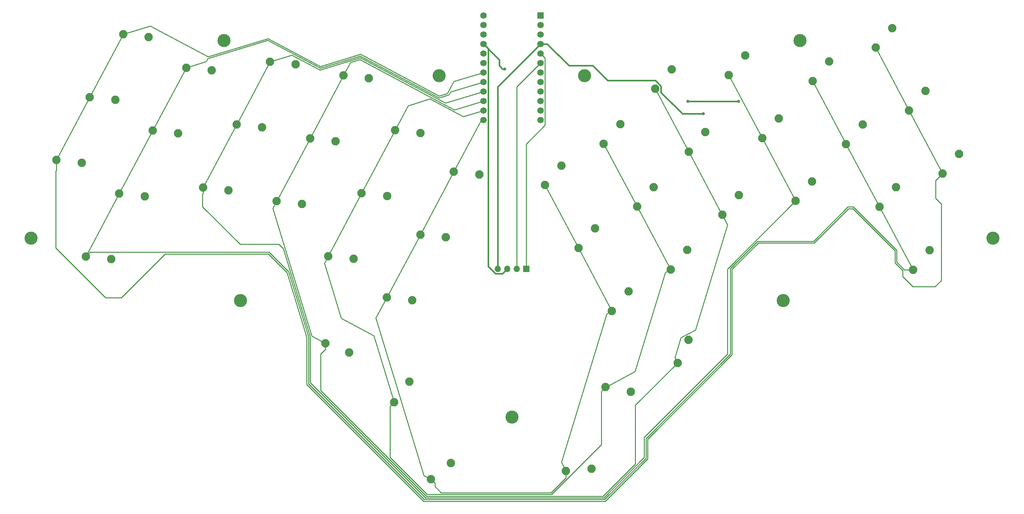
<source format=gtl>
G04 #@! TF.GenerationSoftware,KiCad,Pcbnew,5.1.5-52549c5~86~ubuntu18.04.1*
G04 #@! TF.CreationDate,2020-04-17T17:36:02+02:00*
G04 #@! TF.ProjectId,first-pcb,66697273-742d-4706-9362-2e6b69636164,0.1.1*
G04 #@! TF.SameCoordinates,Original*
G04 #@! TF.FileFunction,Copper,L1,Top*
G04 #@! TF.FilePolarity,Positive*
%FSLAX46Y46*%
G04 Gerber Fmt 4.6, Leading zero omitted, Abs format (unit mm)*
G04 Created by KiCad (PCBNEW 5.1.5-52549c5~86~ubuntu18.04.1) date 2020-04-17 17:36:02*
%MOMM*%
%LPD*%
G04 APERTURE LIST*
%ADD10C,2.250000*%
%ADD11C,3.500000*%
%ADD12C,1.752600*%
%ADD13R,1.752600X1.752600*%
%ADD14O,1.700000X1.700000*%
%ADD15R,1.700000X1.700000*%
%ADD16C,0.800000*%
%ADD17C,0.381000*%
%ADD18C,0.254000*%
G04 APERTURE END LIST*
D10*
X177163566Y-66419073D03*
X172749307Y-71642905D03*
D11*
X225194793Y-44113907D03*
X167664794Y-53503904D03*
X128804793Y-53503907D03*
X71274492Y-44113905D03*
X19684495Y-96883905D03*
X75714495Y-113583902D03*
X220754793Y-113583902D03*
X276784792Y-96883905D03*
X148234794Y-144774405D03*
D10*
X131873473Y-157048499D03*
X126543562Y-161334073D03*
X169455497Y-158527654D03*
X162640338Y-159100108D03*
X120797267Y-135265703D03*
X116758157Y-140784732D03*
X179977268Y-137950971D03*
X173246168Y-136740025D03*
X110012983Y-54140293D03*
X103213808Y-53401835D03*
X51145699Y-43120936D03*
X44346524Y-42382478D03*
X90390556Y-50467175D03*
X83591381Y-49728717D03*
X123792368Y-68802579D03*
X116993193Y-68064121D03*
X139479685Y-79876564D03*
X132680510Y-79138106D03*
X42202268Y-59941088D03*
X35403093Y-59202630D03*
X59022416Y-68884522D03*
X52223241Y-68146064D03*
X81447123Y-67287325D03*
X74647948Y-66548867D03*
X101069548Y-70960446D03*
X94270373Y-70221988D03*
X114848934Y-85622727D03*
X108049759Y-84884269D03*
X130536252Y-96696714D03*
X123737077Y-95958256D03*
X72503687Y-84107476D03*
X65704512Y-83369018D03*
X92126116Y-87780596D03*
X85326941Y-87042138D03*
X105905502Y-102442883D03*
X99106327Y-101704425D03*
X121592816Y-113516867D03*
X114793641Y-112778409D03*
X41135552Y-102524824D03*
X34336377Y-101786366D03*
X104755029Y-127511622D03*
X98378657Y-125038571D03*
X190943566Y-51759074D03*
X186529307Y-56982906D03*
X210558832Y-48080110D03*
X206144573Y-53303942D03*
X232993563Y-49679074D03*
X228579304Y-54902906D03*
X249813564Y-40739070D03*
X245399305Y-45962902D03*
X170422758Y-94311787D03*
X166008499Y-99535619D03*
X186103564Y-83239074D03*
X181689305Y-88462906D03*
X199883566Y-68579073D03*
X195469307Y-73802905D03*
X219513564Y-64899073D03*
X215099305Y-70122905D03*
X241933565Y-66499074D03*
X237519306Y-71722906D03*
X258753563Y-57559074D03*
X254339304Y-62782906D03*
X179365068Y-111132535D03*
X174950809Y-116356367D03*
X195053565Y-100059074D03*
X190639306Y-105282906D03*
X250873563Y-83319075D03*
X246459304Y-88542907D03*
X267693564Y-74379074D03*
X263279305Y-79602906D03*
X33258832Y-76761238D03*
X26459657Y-76022780D03*
X208833562Y-85399072D03*
X204419303Y-90622904D03*
X50078985Y-85704671D03*
X43279810Y-84966213D03*
X195423886Y-124047056D03*
X192512066Y-130235384D03*
X161469325Y-77491637D03*
X157055066Y-82715469D03*
X259823564Y-100139074D03*
X255409305Y-105362906D03*
X67965854Y-52064370D03*
X61166679Y-51325912D03*
X228453565Y-81719073D03*
X224039306Y-86942905D03*
D12*
X140615793Y-37346905D03*
X155855793Y-65286905D03*
X140615793Y-39886905D03*
X140615793Y-42426905D03*
X140615793Y-44966905D03*
X140615793Y-47506905D03*
X140615793Y-50046905D03*
X140615793Y-52586905D03*
X140615793Y-55126905D03*
X140615793Y-57666905D03*
X140615793Y-60206905D03*
X140615793Y-62746905D03*
X140615793Y-65286905D03*
X155855793Y-62746905D03*
X155855793Y-60206905D03*
X155855793Y-57666905D03*
X155855793Y-55126905D03*
X155855793Y-52586905D03*
X155855793Y-50046905D03*
X155855793Y-47506905D03*
X155855793Y-44966905D03*
X155855793Y-42426905D03*
X155855793Y-39886905D03*
D13*
X155855793Y-37346905D03*
D14*
X144425793Y-105126904D03*
X146965793Y-105126904D03*
X149505793Y-105126904D03*
D15*
X152045793Y-105126904D03*
D16*
X199404817Y-63673567D03*
X195262500Y-60325000D03*
X208756250Y-60325000D03*
X146304000Y-51689000D03*
D17*
X144425793Y-56396906D02*
X155855794Y-44966906D01*
X144425793Y-105126904D02*
X144425793Y-56396906D01*
X186558093Y-54768750D02*
X173831250Y-54768750D01*
X188044808Y-56255465D02*
X186558093Y-54768750D01*
X173831250Y-54768750D02*
X169862500Y-50800000D01*
X188044808Y-57924833D02*
X188044808Y-56255465D01*
X169862500Y-50800000D02*
X163512500Y-50800000D01*
X193793542Y-63673567D02*
X188044808Y-57924833D01*
X163512500Y-50800000D02*
X157679405Y-44966905D01*
X199404817Y-63673567D02*
X193793542Y-63673567D01*
X157679405Y-44966905D02*
X155855793Y-44966905D01*
X141882594Y-46233707D02*
X140615793Y-44966906D01*
X143830352Y-106367405D02*
X141882594Y-104419647D01*
X145725292Y-106367405D02*
X143830352Y-106367405D01*
X146965794Y-105126904D02*
X145725292Y-106367405D01*
X195262500Y-60325000D02*
X208756250Y-60325000D01*
X141882594Y-104419647D02*
X141882594Y-46233707D01*
X145738315Y-51689000D02*
X144849315Y-50800000D01*
X146304000Y-51689000D02*
X145738315Y-51689000D01*
X144849315Y-49200427D02*
X140615793Y-44966905D01*
X144849315Y-50800000D02*
X144849315Y-49200427D01*
D18*
X44346530Y-42382477D02*
X35403093Y-59202629D01*
X26459661Y-76022779D02*
X26459658Y-76022781D01*
X35403093Y-59202629D02*
X26459661Y-76022779D01*
X254340529Y-62778899D02*
X254339303Y-62782906D01*
X245399306Y-45962903D02*
X254340529Y-62778899D01*
X263280530Y-79598899D02*
X263279304Y-79602907D01*
X254339303Y-62782906D02*
X263280530Y-79598899D01*
X261411694Y-81470517D02*
X263279305Y-79602906D01*
X262935694Y-87774150D02*
X261411694Y-86250151D01*
X261411694Y-86250151D02*
X261411694Y-81470517D01*
X262935693Y-108221151D02*
X262935694Y-87774150D01*
X261284693Y-109872151D02*
X262935693Y-108221151D01*
X255371786Y-109872150D02*
X261284693Y-109872151D01*
X250575434Y-100312956D02*
X250575433Y-103487957D01*
X229258455Y-97931706D02*
X238146010Y-89044150D01*
X228992501Y-98197660D02*
X229258455Y-97931706D01*
X252638439Y-107138804D02*
X255371786Y-109872150D01*
X214068683Y-98197660D02*
X228992501Y-98197660D01*
X207033454Y-105232889D02*
X214068683Y-98197660D01*
X207033454Y-128094207D02*
X207033454Y-105232889D01*
X26310329Y-99499539D02*
X39635691Y-112824901D01*
X239306628Y-89044150D02*
X250575434Y-100312956D01*
X26310329Y-78940121D02*
X26310329Y-99499539D01*
X238146010Y-89044150D02*
X239306628Y-89044150D01*
X39635691Y-112824901D02*
X43860693Y-112824900D01*
X26459657Y-76022780D02*
X26459657Y-78790794D01*
X173392587Y-166987956D02*
X184468714Y-155911830D01*
X55570217Y-101115377D02*
X83102855Y-101115377D01*
X83102855Y-101115377D02*
X88146522Y-106159044D01*
X250575433Y-103487957D02*
X252638439Y-105550962D01*
X124635136Y-167253909D02*
X173126633Y-167253911D01*
X252638439Y-105550962D02*
X252638439Y-107138804D01*
X88146522Y-106159044D02*
X93412516Y-123383348D01*
X26459657Y-78790794D02*
X26310329Y-78940121D01*
X93412516Y-123383348D02*
X93412515Y-136031289D01*
X93412515Y-136031289D02*
X124635136Y-167253909D01*
X43860693Y-112824900D02*
X55570217Y-101115377D01*
X184468714Y-150658946D02*
X207033454Y-128094207D01*
X173126633Y-167253911D02*
X173392587Y-166987956D01*
X184468714Y-155911830D02*
X184468714Y-150658946D01*
X130942564Y-58221635D02*
X132642459Y-55024599D01*
X128795599Y-58878028D02*
X130942564Y-58221635D01*
X132642459Y-55024599D02*
X140615793Y-52586906D01*
X51534021Y-40185041D02*
X67020096Y-48419134D01*
X67020096Y-48419134D02*
X83018789Y-43527842D01*
X83018789Y-43527842D02*
X97035582Y-50980703D01*
X97035582Y-50980703D02*
X107770409Y-47698737D01*
X44346526Y-42382479D02*
X51534021Y-40185041D01*
X107770409Y-47698737D02*
X128795599Y-58878028D01*
X52223243Y-68146063D02*
X52223244Y-68146065D01*
X61166679Y-51325911D02*
X52223243Y-68146063D01*
X52223244Y-68146065D02*
X43279812Y-84966213D01*
X42532886Y-86370977D02*
X34336377Y-101786365D01*
X43279812Y-84966213D02*
X42532886Y-86370977D01*
X237520533Y-71718903D02*
X237519306Y-71722906D01*
X228579303Y-54902904D02*
X237520533Y-71718903D01*
X246460530Y-88538902D02*
X246459302Y-88542905D01*
X237519306Y-71722906D02*
X246460530Y-88538902D01*
X255401368Y-105360478D02*
X255409304Y-105362904D01*
X246459302Y-88542905D02*
X255401368Y-105360478D01*
X251029444Y-100124900D02*
X251029444Y-103299902D01*
X93866526Y-135843232D02*
X124823194Y-166799900D01*
X88547594Y-105918052D02*
X93866526Y-123315497D01*
X83290911Y-100661367D02*
X88547594Y-105918052D01*
X251029444Y-103299902D02*
X253092450Y-105362906D01*
X172938578Y-166799900D02*
X184014704Y-155723773D01*
X238005187Y-88542907D02*
X239447451Y-88542907D01*
X93866526Y-123315497D02*
X93866526Y-135843232D01*
X34336377Y-101786366D02*
X35461376Y-100661367D01*
X206579444Y-105044833D02*
X213880627Y-97743650D01*
X228804444Y-97743652D02*
X238005187Y-88542907D01*
X124823194Y-166799900D02*
X172938578Y-166799900D01*
X206579444Y-127906150D02*
X206579444Y-105044833D01*
X184014704Y-155723773D02*
X184014704Y-150470888D01*
X35461376Y-100661367D02*
X83290911Y-100661367D01*
X184014704Y-150470888D02*
X206579444Y-127906150D01*
X213880627Y-97743650D02*
X228804444Y-97743652D01*
X253092450Y-105362906D02*
X255409306Y-105362906D01*
X239447451Y-88542907D02*
X251029444Y-100124900D01*
X131414039Y-58552246D02*
X131802662Y-57821351D01*
X128748498Y-59367183D02*
X131414039Y-58552246D01*
X107723307Y-48187891D02*
X128748498Y-59367183D01*
X66507783Y-49692974D02*
X66915693Y-48925806D01*
X61166679Y-51325913D02*
X66507783Y-49692974D01*
X131802662Y-57821351D02*
X140615793Y-55126906D01*
X96988482Y-51469857D02*
X97348162Y-51359891D01*
X66915693Y-48925806D02*
X82971688Y-44016997D01*
X82971688Y-44016997D02*
X96988482Y-51469857D01*
X97348162Y-51359891D02*
X107723307Y-48187891D01*
X66451439Y-81964258D02*
X74647950Y-66548867D01*
X65704515Y-83369019D02*
X66451439Y-81964258D01*
X75394873Y-65144105D02*
X83591383Y-49728717D01*
X74647950Y-66548867D02*
X75394873Y-65144105D01*
X215085059Y-70118548D02*
X215099304Y-70122904D01*
X206144574Y-53303942D02*
X215085059Y-70118548D01*
X224040529Y-86938904D02*
X224039303Y-86942902D01*
X215099304Y-70122904D02*
X224040529Y-86938904D01*
X205785693Y-127906150D02*
X205785694Y-105196517D01*
X183560693Y-150131151D02*
X205785693Y-127906150D01*
X172764328Y-166332081D02*
X183560694Y-155535716D01*
X125149127Y-166332081D02*
X172764328Y-166332081D01*
X205785694Y-105196517D02*
X224039305Y-86942905D01*
X94320536Y-135503493D02*
X125149127Y-166332081D01*
X94320536Y-123247648D02*
X94320536Y-135503493D01*
X65555184Y-88514426D02*
X75578159Y-98537402D01*
X65704511Y-84960009D02*
X65555183Y-85109337D01*
X65704512Y-83369018D02*
X65704511Y-84960009D01*
X75578159Y-98537402D02*
X85929444Y-98537400D01*
X87134183Y-99742138D02*
X94320536Y-123247648D01*
X65555183Y-85109337D02*
X65555184Y-88514426D01*
X183560694Y-155535716D02*
X183560693Y-150131151D01*
X85929444Y-98537400D02*
X87134183Y-99742138D01*
X107676207Y-48677046D02*
X130436645Y-60778984D01*
X130436645Y-60778984D02*
X140615793Y-57666907D01*
X96941380Y-51959012D02*
X107676207Y-48677046D01*
X83591381Y-49728718D02*
X89404367Y-47951509D01*
X89404367Y-47951509D02*
X96941380Y-51959012D01*
X103213810Y-53401838D02*
X94270375Y-70221988D01*
X86073868Y-85637375D02*
X94270375Y-70221988D01*
X85326941Y-87042138D02*
X86073868Y-85637375D01*
X96973896Y-124291646D02*
X98378656Y-125038571D01*
X94753529Y-123111055D02*
X96973896Y-124291646D01*
X84310567Y-88953659D02*
X94753529Y-123111055D01*
X85326941Y-87042138D02*
X84310567Y-88953659D01*
X195470530Y-73798904D02*
X195469304Y-73802902D01*
X186529307Y-56982906D02*
X195470530Y-73798904D01*
X204411369Y-90620478D02*
X204419306Y-90622904D01*
X195469304Y-73802902D02*
X204411369Y-90620478D01*
X191765141Y-128830624D02*
X192512066Y-130235384D01*
X193401663Y-123477799D02*
X191765141Y-128830624D01*
X205850706Y-93314977D02*
X197255484Y-121428684D01*
X197255484Y-121428684D02*
X193401663Y-123477799D01*
X204419306Y-90622904D02*
X205850706Y-93314977D01*
X181179443Y-141568005D02*
X192512066Y-130235384D01*
X181179443Y-157274900D02*
X181179443Y-141568005D01*
X98378656Y-126629560D02*
X97111937Y-127896279D01*
X97111936Y-137595687D02*
X125394322Y-165878073D01*
X98378657Y-125038571D02*
X98378656Y-126629560D01*
X97111937Y-127896279D02*
X97111936Y-137595687D01*
X125394322Y-165878073D02*
X172576272Y-165878072D01*
X172576272Y-165878072D02*
X181179443Y-157274900D01*
X103213808Y-53401836D02*
X105046032Y-49955923D01*
X105046032Y-49955923D02*
X107629105Y-49166199D01*
X132855686Y-62579409D02*
X140615794Y-60206906D01*
X107629105Y-49166199D02*
X132855686Y-62579409D01*
X116246267Y-69468883D02*
X108049757Y-84884274D01*
X116993196Y-68064120D02*
X116246267Y-69468883D01*
X108049757Y-84884274D02*
X99106325Y-101704427D01*
X181690531Y-88458904D02*
X181689308Y-88462904D01*
X172749308Y-71642901D02*
X181690531Y-88458904D01*
X190631369Y-105280478D02*
X190639305Y-105282904D01*
X181689308Y-88462904D02*
X190631369Y-105280478D01*
X174650928Y-135993099D02*
X173246168Y-136740024D01*
X181126527Y-132549964D02*
X174650928Y-135993099D01*
X189234546Y-106029830D02*
X181126527Y-132549964D01*
X190639305Y-105282904D02*
X189234546Y-106029830D01*
X98089952Y-103615948D02*
X102598163Y-118361642D01*
X99106326Y-101704426D02*
X98089952Y-103615948D01*
X111320658Y-122999475D02*
X116758158Y-140784733D01*
X102598163Y-118361642D02*
X111320658Y-122999475D01*
X172121168Y-137865024D02*
X173246167Y-136740025D01*
X158837983Y-165424063D02*
X172121168Y-152140878D01*
X125582378Y-165424062D02*
X158837983Y-165424063D01*
X115633160Y-155474843D02*
X125582378Y-165424062D01*
X172121168Y-152140878D02*
X172121168Y-137865024D01*
X115633160Y-141909731D02*
X115633160Y-155474843D01*
X116758159Y-140784731D02*
X115633160Y-141909731D01*
X116993192Y-68064122D02*
X120489905Y-61487763D01*
X120489905Y-61487763D02*
X126346280Y-59697289D01*
X135197353Y-64403489D02*
X140615792Y-62746906D01*
X126346280Y-59697289D02*
X135197353Y-64403489D01*
X132680512Y-79138106D02*
X123737076Y-95958257D01*
X123737076Y-95958257D02*
X114793642Y-112778408D01*
X165996559Y-99531968D02*
X166008498Y-99535618D01*
X157055067Y-82715470D02*
X165996559Y-99531968D01*
X166007974Y-99537335D02*
X166008498Y-99535618D01*
X174950812Y-116356367D02*
X166007974Y-99537335D01*
X161412396Y-156790688D02*
X162640338Y-159100111D01*
X173546051Y-117103290D02*
X161412396Y-156790688D01*
X174950812Y-116356367D02*
X173546051Y-117103290D01*
X125138800Y-160587152D02*
X126543563Y-161334074D01*
X124744134Y-160377302D02*
X125138800Y-160587152D01*
X114793640Y-112778409D02*
X111871759Y-118273667D01*
X111871759Y-118273667D02*
X124744134Y-160377302D01*
X127668560Y-162459072D02*
X126543562Y-161334073D01*
X127668560Y-163327018D02*
X127668560Y-162459072D01*
X129311596Y-164970055D02*
X127668560Y-163327018D01*
X158649927Y-164970053D02*
X129311596Y-164970055D01*
X162640337Y-160979642D02*
X158649927Y-164970053D01*
X162640338Y-159100111D02*
X162640337Y-160979642D01*
X139934588Y-65495171D02*
X140615793Y-65286906D01*
X132680510Y-79138107D02*
X139934588Y-65495171D01*
X149505793Y-56396906D02*
X155855793Y-50046906D01*
X149505792Y-105126904D02*
X149505793Y-56396906D01*
X152045793Y-105126904D02*
X152045793Y-71728207D01*
X157059094Y-48710207D02*
X155855793Y-47506906D01*
X157059095Y-66714906D02*
X157059094Y-48710207D01*
X152045793Y-71728207D02*
X157059095Y-66714906D01*
M02*

</source>
